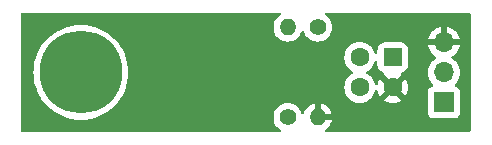
<source format=gbr>
%TF.SameCoordinates,Original*%
%TF.FileFunction,Copper,L2,Bot*%
%TF.FilePolarity,Positive*%
%FSLAX46Y46*%
G04 Gerber Fmt 4.6, Leading zero omitted, Abs format (unit mm)*
G04 Created by KiCad (PCBNEW (7.0.0)) date 2023-08-08 20:03:39*
%MOMM*%
%LPD*%
G01*
G04 APERTURE LIST*
G04 Aperture macros list*
%AMRoundRect*
0 Rectangle with rounded corners*
0 $1 Rounding radius*
0 $2 $3 $4 $5 $6 $7 $8 $9 X,Y pos of 4 corners*
0 Add a 4 corners polygon primitive as box body*
4,1,4,$2,$3,$4,$5,$6,$7,$8,$9,$2,$3,0*
0 Add four circle primitives for the rounded corners*
1,1,$1+$1,$2,$3*
1,1,$1+$1,$4,$5*
1,1,$1+$1,$6,$7*
1,1,$1+$1,$8,$9*
0 Add four rect primitives between the rounded corners*
20,1,$1+$1,$2,$3,$4,$5,0*
20,1,$1+$1,$4,$5,$6,$7,0*
20,1,$1+$1,$6,$7,$8,$9,0*
20,1,$1+$1,$8,$9,$2,$3,0*%
G04 Aperture macros list end*
%TA.AperFunction,ComponentPad*%
%ADD10C,1.400000*%
%TD*%
%TA.AperFunction,ComponentPad*%
%ADD11O,1.400000X1.400000*%
%TD*%
%TA.AperFunction,ComponentPad*%
%ADD12R,1.700000X1.700000*%
%TD*%
%TA.AperFunction,ComponentPad*%
%ADD13O,1.700000X1.700000*%
%TD*%
%TA.AperFunction,ComponentPad*%
%ADD14C,3.900000*%
%TD*%
%TA.AperFunction,ConnectorPad*%
%ADD15C,7.000000*%
%TD*%
%TA.AperFunction,ComponentPad*%
%ADD16RoundRect,0.249600X0.550400X0.550400X-0.550400X0.550400X-0.550400X-0.550400X0.550400X-0.550400X0*%
%TD*%
%TA.AperFunction,ComponentPad*%
%ADD17C,1.600000*%
%TD*%
G04 APERTURE END LIST*
D10*
%TO.P,r2,1*%
%TO.N,Net-(J0-Pad2)*%
X125476000Y-93980000D03*
D11*
%TO.P,r2,2*%
%TO.N,GND*%
X125475999Y-101599999D03*
%TD*%
D12*
%TO.P,J0,1,Pin_1*%
%TO.N,Net-(J0-Pad1)*%
X136143999Y-100329999D03*
D13*
%TO.P,J0,2,Pin_2*%
%TO.N,Net-(J0-Pad2)*%
X136143999Y-97789999D03*
%TO.P,J0,3,Pin_3*%
%TO.N,GND*%
X136143999Y-95249999D03*
%TD*%
D14*
%TO.P,H0,1*%
%TO.N,N/C*%
X105410000Y-97790000D03*
D15*
X105410000Y-97790000D03*
%TD*%
D10*
%TO.P,r1,1*%
%TO.N,Net-(J0-Pad1)*%
X122936000Y-101600000D03*
D11*
%TO.P,r1,2*%
%TO.N,Net-(R1-Pad2)*%
X122935999Y-93979999D03*
%TD*%
D16*
%TO.P,U1,1,A*%
%TO.N,Net-(R1-Pad2)*%
X131826000Y-96520000D03*
D17*
%TO.P,U1,2,K*%
%TO.N,GND*%
X131826000Y-99060000D03*
%TO.P,U1,3,C*%
%TO.N,Net-(J0-Pad1)*%
X129026000Y-99060000D03*
%TO.P,U1,4,E*%
%TO.N,Net-(J0-Pad2)*%
X129026000Y-96520000D03*
%TD*%
%TA.AperFunction,Conductor*%
%TO.N,GND*%
G36*
X122267841Y-92751298D02*
G01*
X122313609Y-92794730D01*
X122332582Y-92854906D01*
X122320003Y-92916735D01*
X122279027Y-92964711D01*
X122156224Y-93050699D01*
X122152334Y-93054588D01*
X122152328Y-93054594D01*
X122010594Y-93196328D01*
X122010588Y-93196334D01*
X122006699Y-93200224D01*
X122003547Y-93204725D01*
X122003539Y-93204735D01*
X121888565Y-93368936D01*
X121888559Y-93368945D01*
X121885411Y-93373442D01*
X121883092Y-93378414D01*
X121883088Y-93378422D01*
X121798367Y-93560107D01*
X121798364Y-93560112D01*
X121796044Y-93565090D01*
X121741314Y-93769345D01*
X121740835Y-93774818D01*
X121740834Y-93774825D01*
X121727194Y-93930735D01*
X121722884Y-93980000D01*
X121723363Y-93985475D01*
X121731937Y-94083483D01*
X121741314Y-94190655D01*
X121796044Y-94394910D01*
X121798366Y-94399890D01*
X121798367Y-94399892D01*
X121824007Y-94454878D01*
X121885411Y-94586558D01*
X121888563Y-94591059D01*
X121888565Y-94591063D01*
X122003539Y-94755264D01*
X122003543Y-94755268D01*
X122006699Y-94759776D01*
X122156224Y-94909301D01*
X122160732Y-94912457D01*
X122160735Y-94912460D01*
X122324936Y-95027434D01*
X122329442Y-95030589D01*
X122521090Y-95119956D01*
X122725345Y-95174686D01*
X122936000Y-95193116D01*
X123146655Y-95174686D01*
X123350910Y-95119956D01*
X123542558Y-95030589D01*
X123715776Y-94909301D01*
X123865301Y-94759776D01*
X123986589Y-94586558D01*
X124075956Y-94394910D01*
X124084292Y-94363796D01*
X124116904Y-94307311D01*
X124173389Y-94274699D01*
X124238611Y-94274699D01*
X124295096Y-94307311D01*
X124327707Y-94363796D01*
X124336044Y-94394910D01*
X124338366Y-94399890D01*
X124338367Y-94399892D01*
X124364007Y-94454878D01*
X124425411Y-94586558D01*
X124428563Y-94591059D01*
X124428565Y-94591063D01*
X124543539Y-94755264D01*
X124543543Y-94755268D01*
X124546699Y-94759776D01*
X124696224Y-94909301D01*
X124700732Y-94912457D01*
X124700735Y-94912460D01*
X124864936Y-95027434D01*
X124869442Y-95030589D01*
X125061090Y-95119956D01*
X125265345Y-95174686D01*
X125476000Y-95193116D01*
X125686655Y-95174686D01*
X125890910Y-95119956D01*
X126082558Y-95030589D01*
X126135621Y-94993434D01*
X134810751Y-94993434D01*
X134821840Y-94996000D01*
X135873410Y-94996000D01*
X135886493Y-94992493D01*
X135890000Y-94979410D01*
X136398000Y-94979410D01*
X136401506Y-94992493D01*
X136414590Y-94996000D01*
X137466160Y-94996000D01*
X137477248Y-94993434D01*
X137477013Y-94982056D01*
X137434099Y-94812591D01*
X137430729Y-94802776D01*
X137344511Y-94606221D01*
X137339568Y-94597086D01*
X137222177Y-94417406D01*
X137215789Y-94409200D01*
X137070432Y-94251299D01*
X137062788Y-94244262D01*
X136893411Y-94112431D01*
X136884718Y-94106752D01*
X136695957Y-94004599D01*
X136686440Y-94000424D01*
X136483442Y-93930735D01*
X136473372Y-93928185D01*
X136411538Y-93917867D01*
X136400401Y-93918443D01*
X136398000Y-93929336D01*
X136398000Y-94979410D01*
X135890000Y-94979410D01*
X135890000Y-93929336D01*
X135887598Y-93918443D01*
X135876461Y-93917867D01*
X135814627Y-93928185D01*
X135804557Y-93930735D01*
X135601559Y-94000424D01*
X135592042Y-94004599D01*
X135403281Y-94106752D01*
X135394588Y-94112431D01*
X135225211Y-94244262D01*
X135217567Y-94251299D01*
X135072210Y-94409200D01*
X135065822Y-94417406D01*
X134948431Y-94597086D01*
X134943488Y-94606221D01*
X134857270Y-94802776D01*
X134853900Y-94812591D01*
X134810986Y-94982056D01*
X134810751Y-94993434D01*
X126135621Y-94993434D01*
X126255776Y-94909301D01*
X126405301Y-94759776D01*
X126526589Y-94586558D01*
X126615956Y-94394910D01*
X126670686Y-94190655D01*
X126689116Y-93980000D01*
X126670686Y-93769345D01*
X126615956Y-93565090D01*
X126526589Y-93373442D01*
X126405301Y-93200224D01*
X126255776Y-93050699D01*
X126132972Y-92964711D01*
X126091997Y-92916735D01*
X126079418Y-92854906D01*
X126098391Y-92794730D01*
X126144159Y-92751298D01*
X126205245Y-92735500D01*
X138278500Y-92735500D01*
X138341500Y-92752381D01*
X138387619Y-92798500D01*
X138404500Y-92861500D01*
X138404500Y-102718500D01*
X138387619Y-102781500D01*
X138341500Y-102827619D01*
X138278500Y-102844500D01*
X126204374Y-102844500D01*
X126143288Y-102828702D01*
X126097520Y-102785270D01*
X126078547Y-102725094D01*
X126091126Y-102663265D01*
X126132103Y-102615287D01*
X126250941Y-102532074D01*
X126259350Y-102525018D01*
X126401018Y-102383350D01*
X126408074Y-102374941D01*
X126523001Y-102210810D01*
X126528479Y-102201322D01*
X126613157Y-102019726D01*
X126616908Y-102009423D01*
X126654802Y-101868001D01*
X126655175Y-101856591D01*
X126644061Y-101854000D01*
X125348000Y-101854000D01*
X125285000Y-101837119D01*
X125238881Y-101791000D01*
X125222000Y-101728000D01*
X125222000Y-101329410D01*
X125730000Y-101329410D01*
X125733506Y-101342493D01*
X125746590Y-101346000D01*
X126644061Y-101346000D01*
X126655175Y-101343408D01*
X126654802Y-101331998D01*
X126616908Y-101190576D01*
X126613157Y-101180273D01*
X126528479Y-100998677D01*
X126523001Y-100989189D01*
X126408074Y-100825058D01*
X126401018Y-100816649D01*
X126259350Y-100674981D01*
X126250941Y-100667925D01*
X126086810Y-100552998D01*
X126077322Y-100547520D01*
X125895726Y-100462842D01*
X125885423Y-100459091D01*
X125744001Y-100421197D01*
X125732591Y-100420824D01*
X125730000Y-100431939D01*
X125730000Y-101329410D01*
X125222000Y-101329410D01*
X125222000Y-100431939D01*
X125219408Y-100420824D01*
X125207998Y-100421197D01*
X125066576Y-100459091D01*
X125056273Y-100462842D01*
X124874677Y-100547520D01*
X124865189Y-100552998D01*
X124701058Y-100667925D01*
X124692649Y-100674981D01*
X124550981Y-100816649D01*
X124543925Y-100825058D01*
X124428998Y-100989189D01*
X124423520Y-100998677D01*
X124338840Y-101180276D01*
X124335092Y-101190574D01*
X124327964Y-101217174D01*
X124295351Y-101273657D01*
X124238866Y-101306267D01*
X124173644Y-101306265D01*
X124117160Y-101273652D01*
X124084551Y-101217167D01*
X124077381Y-101190406D01*
X124077378Y-101190399D01*
X124075956Y-101185090D01*
X123986589Y-100993442D01*
X123917096Y-100894195D01*
X123868460Y-100824735D01*
X123868457Y-100824732D01*
X123865301Y-100820224D01*
X123715776Y-100670699D01*
X123711268Y-100667543D01*
X123711264Y-100667539D01*
X123547063Y-100552565D01*
X123547059Y-100552563D01*
X123542558Y-100549411D01*
X123537579Y-100547089D01*
X123537577Y-100547088D01*
X123355892Y-100462367D01*
X123355890Y-100462366D01*
X123350910Y-100460044D01*
X123345601Y-100458621D01*
X123345600Y-100458621D01*
X123151969Y-100406738D01*
X123151970Y-100406738D01*
X123146655Y-100405314D01*
X123141179Y-100404834D01*
X123141174Y-100404834D01*
X122941475Y-100387363D01*
X122936000Y-100386884D01*
X122930525Y-100387363D01*
X122730825Y-100404834D01*
X122730818Y-100404835D01*
X122725345Y-100405314D01*
X122720031Y-100406737D01*
X122720030Y-100406738D01*
X122526399Y-100458621D01*
X122526394Y-100458622D01*
X122521090Y-100460044D01*
X122516112Y-100462364D01*
X122516107Y-100462367D01*
X122334422Y-100547088D01*
X122334414Y-100547092D01*
X122329442Y-100549411D01*
X122324945Y-100552559D01*
X122324936Y-100552565D01*
X122160735Y-100667539D01*
X122160725Y-100667547D01*
X122156224Y-100670699D01*
X122152334Y-100674588D01*
X122152328Y-100674594D01*
X122010594Y-100816328D01*
X122010588Y-100816334D01*
X122006699Y-100820224D01*
X122003547Y-100824725D01*
X122003539Y-100824735D01*
X121888565Y-100988936D01*
X121888559Y-100988945D01*
X121885411Y-100993442D01*
X121883092Y-100998414D01*
X121883088Y-100998422D01*
X121798367Y-101180107D01*
X121798364Y-101180112D01*
X121796044Y-101185090D01*
X121794622Y-101190394D01*
X121794621Y-101190399D01*
X121757364Y-101329445D01*
X121741314Y-101389345D01*
X121740835Y-101394818D01*
X121740834Y-101394825D01*
X121731822Y-101497837D01*
X121722884Y-101600000D01*
X121723363Y-101605475D01*
X121738982Y-101784009D01*
X121741314Y-101810655D01*
X121796044Y-102014910D01*
X121885411Y-102206558D01*
X121888563Y-102211059D01*
X121888565Y-102211063D01*
X122003539Y-102375264D01*
X122003543Y-102375268D01*
X122006699Y-102379776D01*
X122156224Y-102529301D01*
X122279027Y-102615288D01*
X122320003Y-102663265D01*
X122332582Y-102725094D01*
X122313609Y-102785270D01*
X122267841Y-102828702D01*
X122206755Y-102844500D01*
X100481500Y-102844500D01*
X100418500Y-102827619D01*
X100372381Y-102781500D01*
X100355500Y-102718500D01*
X100355500Y-97790000D01*
X101396666Y-97790000D01*
X101396818Y-97793094D01*
X101409625Y-98053802D01*
X101415991Y-98183376D01*
X101416442Y-98186421D01*
X101416444Y-98186434D01*
X101449346Y-98408238D01*
X101473781Y-98572963D01*
X101474533Y-98575965D01*
X101568728Y-98952014D01*
X101568732Y-98952028D01*
X101569479Y-98955009D01*
X101570517Y-98957911D01*
X101570518Y-98957913D01*
X101701122Y-99322928D01*
X101701125Y-99322936D01*
X101702163Y-99325836D01*
X101703479Y-99328619D01*
X101703483Y-99328628D01*
X101869239Y-99679091D01*
X101870555Y-99681873D01*
X101872134Y-99684507D01*
X101872137Y-99684513D01*
X102001169Y-99899788D01*
X102073035Y-100019689D01*
X102307651Y-100336032D01*
X102572144Y-100627856D01*
X102863968Y-100892349D01*
X103180311Y-101126965D01*
X103518127Y-101329445D01*
X103874164Y-101497837D01*
X104244991Y-101630521D01*
X104627037Y-101726219D01*
X105016624Y-101784009D01*
X105410000Y-101803334D01*
X105803376Y-101784009D01*
X106192963Y-101726219D01*
X106575009Y-101630521D01*
X106945836Y-101497837D01*
X107301873Y-101329445D01*
X107639689Y-101126965D01*
X107956032Y-100892349D01*
X108247856Y-100627856D01*
X108512349Y-100336032D01*
X108746965Y-100019689D01*
X108949445Y-99681873D01*
X109117837Y-99325836D01*
X109212955Y-99060000D01*
X127712502Y-99060000D01*
X127712981Y-99065475D01*
X127731969Y-99282519D01*
X127732457Y-99288087D01*
X127791716Y-99509243D01*
X127888477Y-99716749D01*
X127891630Y-99721252D01*
X127891633Y-99721257D01*
X127930375Y-99776586D01*
X128019802Y-99904300D01*
X128181700Y-100066198D01*
X128369251Y-100197523D01*
X128576757Y-100294284D01*
X128797913Y-100353543D01*
X129026000Y-100373498D01*
X129254087Y-100353543D01*
X129475243Y-100294284D01*
X129682749Y-100197523D01*
X129755232Y-100146770D01*
X131101860Y-100146770D01*
X131109414Y-100155014D01*
X131164996Y-100193933D01*
X131174482Y-100199410D01*
X131371946Y-100291489D01*
X131382238Y-100295235D01*
X131592687Y-100351625D01*
X131603480Y-100353528D01*
X131820525Y-100372517D01*
X131831475Y-100372517D01*
X132048519Y-100353528D01*
X132059312Y-100351625D01*
X132269761Y-100295235D01*
X132280053Y-100291489D01*
X132477510Y-100199413D01*
X132487006Y-100193931D01*
X132542586Y-100155013D01*
X132550138Y-100146771D01*
X132544128Y-100137338D01*
X131837729Y-99430939D01*
X131825999Y-99424167D01*
X131814271Y-99430938D01*
X131107867Y-100137341D01*
X131101860Y-100146770D01*
X129755232Y-100146770D01*
X129870300Y-100066198D01*
X130032198Y-99904300D01*
X130163523Y-99716749D01*
X130260284Y-99509243D01*
X130304552Y-99344030D01*
X130337162Y-99287550D01*
X130393646Y-99254938D01*
X130458869Y-99254938D01*
X130515353Y-99287549D01*
X130547965Y-99344033D01*
X130590765Y-99503763D01*
X130594510Y-99514053D01*
X130686587Y-99711513D01*
X130692066Y-99721002D01*
X130730985Y-99776586D01*
X130739228Y-99784138D01*
X130748656Y-99778132D01*
X131455059Y-99071730D01*
X131461832Y-99059999D01*
X132190167Y-99059999D01*
X132196939Y-99071729D01*
X132903338Y-99778128D01*
X132912771Y-99784138D01*
X132921013Y-99776586D01*
X132959931Y-99721006D01*
X132965413Y-99711510D01*
X133057489Y-99514053D01*
X133061235Y-99503761D01*
X133117625Y-99293312D01*
X133119528Y-99282519D01*
X133138517Y-99065475D01*
X133138517Y-99054525D01*
X133119528Y-98837480D01*
X133117625Y-98826687D01*
X133061235Y-98616238D01*
X133057489Y-98605946D01*
X132965410Y-98408482D01*
X132959933Y-98398996D01*
X132921014Y-98343414D01*
X132912770Y-98335860D01*
X132903341Y-98341867D01*
X132196938Y-99048271D01*
X132190167Y-99059999D01*
X131461832Y-99059999D01*
X131455060Y-99048270D01*
X130748659Y-98341869D01*
X130739227Y-98335860D01*
X130730985Y-98343413D01*
X130692067Y-98398995D01*
X130686587Y-98408485D01*
X130594510Y-98605946D01*
X130590765Y-98616236D01*
X130547965Y-98775966D01*
X130515353Y-98832450D01*
X130458869Y-98865061D01*
X130393646Y-98865061D01*
X130337162Y-98832449D01*
X130304552Y-98775966D01*
X130260284Y-98610757D01*
X130163523Y-98403251D01*
X130032198Y-98215700D01*
X129870300Y-98053802D01*
X129768693Y-97982656D01*
X129687257Y-97925633D01*
X129687252Y-97925630D01*
X129682749Y-97922477D01*
X129677761Y-97920151D01*
X129677758Y-97920149D01*
X129643543Y-97904195D01*
X129590525Y-97857700D01*
X129570792Y-97790000D01*
X129590525Y-97722300D01*
X129643543Y-97675805D01*
X129669030Y-97663920D01*
X129682749Y-97657523D01*
X129870300Y-97526198D01*
X130032198Y-97364300D01*
X130163523Y-97176749D01*
X130260284Y-96969243D01*
X130269793Y-96933754D01*
X130298603Y-96881242D01*
X130348406Y-96847965D01*
X130407946Y-96841444D01*
X130463771Y-96863153D01*
X130503263Y-96908186D01*
X130517500Y-96966366D01*
X130517500Y-97120918D01*
X130517824Y-97124096D01*
X130517825Y-97124102D01*
X130527408Y-97217908D01*
X130527409Y-97217912D01*
X130528107Y-97224745D01*
X130530267Y-97231264D01*
X130530269Y-97231272D01*
X130568746Y-97347384D01*
X130583851Y-97392968D01*
X130587700Y-97399209D01*
X130587702Y-97399212D01*
X130673032Y-97537554D01*
X130676886Y-97543802D01*
X130802198Y-97669114D01*
X130953032Y-97762149D01*
X131030801Y-97787919D01*
X131083130Y-97821389D01*
X131113108Y-97875795D01*
X131113448Y-97937912D01*
X131108293Y-97947513D01*
X131109160Y-97947787D01*
X131101377Y-97972469D01*
X131107869Y-97982659D01*
X131814270Y-98689060D01*
X131825999Y-98695832D01*
X131837730Y-98689059D01*
X132544132Y-97982656D01*
X132550621Y-97972470D01*
X132542840Y-97947791D01*
X132543705Y-97947518D01*
X132538550Y-97937914D01*
X132538890Y-97875796D01*
X132568868Y-97821389D01*
X132617942Y-97790000D01*
X134780844Y-97790000D01*
X134781274Y-97795189D01*
X134793896Y-97947518D01*
X134799436Y-98014368D01*
X134854704Y-98232616D01*
X134856797Y-98237389D01*
X134856799Y-98237393D01*
X134902626Y-98341869D01*
X134945140Y-98438791D01*
X135068278Y-98627268D01*
X135071806Y-98631100D01*
X135211474Y-98782819D01*
X135240711Y-98836423D01*
X135241314Y-98897478D01*
X135213140Y-98951648D01*
X135162807Y-98986212D01*
X135056240Y-99025960D01*
X135056231Y-99025964D01*
X135047796Y-99029111D01*
X135040588Y-99034506D01*
X135040582Y-99034510D01*
X134937950Y-99111340D01*
X134937946Y-99111343D01*
X134930739Y-99116739D01*
X134925343Y-99123946D01*
X134925340Y-99123950D01*
X134848510Y-99226582D01*
X134848506Y-99226588D01*
X134843111Y-99233796D01*
X134839965Y-99242230D01*
X134839962Y-99242236D01*
X134794763Y-99363419D01*
X134794761Y-99363423D01*
X134792011Y-99370799D01*
X134791169Y-99378625D01*
X134791168Y-99378632D01*
X134785860Y-99428011D01*
X134785500Y-99431362D01*
X134785500Y-101228638D01*
X134785859Y-101231985D01*
X134785860Y-101231988D01*
X134791168Y-101281367D01*
X134791169Y-101281373D01*
X134792011Y-101289201D01*
X134794762Y-101296578D01*
X134794763Y-101296580D01*
X134839962Y-101417763D01*
X134839964Y-101417766D01*
X134843111Y-101426204D01*
X134848508Y-101433414D01*
X134848510Y-101433417D01*
X134895746Y-101496516D01*
X134930739Y-101543261D01*
X134937950Y-101548659D01*
X134999219Y-101594525D01*
X135047796Y-101630889D01*
X135184799Y-101681989D01*
X135245362Y-101688500D01*
X137039269Y-101688500D01*
X137042638Y-101688500D01*
X137103201Y-101681989D01*
X137240204Y-101630889D01*
X137357261Y-101543261D01*
X137444889Y-101426204D01*
X137495989Y-101289201D01*
X137502500Y-101228638D01*
X137502500Y-99431362D01*
X137495989Y-99370799D01*
X137444889Y-99233796D01*
X137357261Y-99116739D01*
X137350049Y-99111340D01*
X137247417Y-99034510D01*
X137247414Y-99034508D01*
X137240204Y-99029111D01*
X137231765Y-99025963D01*
X137231757Y-99025959D01*
X137125193Y-98986212D01*
X137074859Y-98951648D01*
X137046685Y-98897478D01*
X137047288Y-98836422D01*
X137076523Y-98782821D01*
X137219722Y-98627268D01*
X137342860Y-98438791D01*
X137433296Y-98232616D01*
X137488564Y-98014368D01*
X137507156Y-97790000D01*
X137488564Y-97565632D01*
X137433296Y-97347384D01*
X137342860Y-97141209D01*
X137219722Y-96952732D01*
X137137258Y-96863153D01*
X137070772Y-96790930D01*
X137070767Y-96790925D01*
X137067240Y-96787094D01*
X136889576Y-96648811D01*
X136885000Y-96646334D01*
X136884990Y-96646328D01*
X136855794Y-96630529D01*
X136807521Y-96584213D01*
X136789762Y-96519715D01*
X136807522Y-96455217D01*
X136855794Y-96408900D01*
X136884723Y-96393244D01*
X136893411Y-96387568D01*
X137062788Y-96255737D01*
X137070432Y-96248700D01*
X137215789Y-96090799D01*
X137222177Y-96082593D01*
X137339568Y-95902913D01*
X137344511Y-95893778D01*
X137430729Y-95697223D01*
X137434099Y-95687408D01*
X137477013Y-95517943D01*
X137477248Y-95506565D01*
X137466160Y-95504000D01*
X134821840Y-95504000D01*
X134810751Y-95506565D01*
X134810986Y-95517943D01*
X134853900Y-95687408D01*
X134857270Y-95697223D01*
X134943488Y-95893778D01*
X134948431Y-95902913D01*
X135065822Y-96082593D01*
X135072210Y-96090799D01*
X135217567Y-96248700D01*
X135225211Y-96255737D01*
X135394588Y-96387568D01*
X135403281Y-96393247D01*
X135432206Y-96408901D01*
X135480478Y-96455217D01*
X135498237Y-96519715D01*
X135480478Y-96584212D01*
X135432207Y-96630528D01*
X135420701Y-96636755D01*
X135403000Y-96646334D01*
X135402994Y-96646337D01*
X135398424Y-96648811D01*
X135394313Y-96652010D01*
X135394311Y-96652012D01*
X135224878Y-96783888D01*
X135224872Y-96783893D01*
X135220760Y-96787094D01*
X135217237Y-96790919D01*
X135217227Y-96790930D01*
X135071806Y-96948899D01*
X135071802Y-96948902D01*
X135068278Y-96952732D01*
X135065430Y-96957090D01*
X135065427Y-96957095D01*
X134947992Y-97136843D01*
X134945140Y-97141209D01*
X134943048Y-97145978D01*
X134943046Y-97145982D01*
X134856799Y-97342606D01*
X134856796Y-97342614D01*
X134854704Y-97347384D01*
X134853423Y-97352440D01*
X134853422Y-97352445D01*
X134810409Y-97522300D01*
X134799436Y-97565632D01*
X134799006Y-97570820D01*
X134799005Y-97570827D01*
X134786454Y-97722300D01*
X134780844Y-97790000D01*
X132617942Y-97790000D01*
X132621192Y-97787921D01*
X132698968Y-97762149D01*
X132849802Y-97669114D01*
X132975114Y-97543802D01*
X133068149Y-97392968D01*
X133123893Y-97224745D01*
X133134500Y-97120918D01*
X133134500Y-95919082D01*
X133123893Y-95815255D01*
X133068149Y-95647032D01*
X132975114Y-95496198D01*
X132849802Y-95370886D01*
X132843554Y-95367032D01*
X132705212Y-95281702D01*
X132705209Y-95281700D01*
X132698968Y-95277851D01*
X132692000Y-95275542D01*
X132537272Y-95224269D01*
X132537264Y-95224267D01*
X132530745Y-95222107D01*
X132523912Y-95221409D01*
X132523908Y-95221408D01*
X132430102Y-95211825D01*
X132430096Y-95211824D01*
X132426918Y-95211500D01*
X131225082Y-95211500D01*
X131221904Y-95211824D01*
X131221897Y-95211825D01*
X131128091Y-95221408D01*
X131128085Y-95221409D01*
X131121255Y-95222107D01*
X131114737Y-95224266D01*
X131114727Y-95224269D01*
X130959999Y-95275542D01*
X130959996Y-95275543D01*
X130953032Y-95277851D01*
X130946793Y-95281699D01*
X130946787Y-95281702D01*
X130808445Y-95367032D01*
X130808440Y-95367035D01*
X130802198Y-95370886D01*
X130797008Y-95376075D01*
X130797004Y-95376079D01*
X130682079Y-95491004D01*
X130682075Y-95491008D01*
X130676886Y-95496198D01*
X130673035Y-95502440D01*
X130673032Y-95502445D01*
X130587702Y-95640787D01*
X130587699Y-95640793D01*
X130583851Y-95647032D01*
X130581543Y-95653996D01*
X130581542Y-95653999D01*
X130530269Y-95808727D01*
X130530266Y-95808737D01*
X130528107Y-95815255D01*
X130527409Y-95822085D01*
X130527408Y-95822091D01*
X130517825Y-95915897D01*
X130517500Y-95919082D01*
X130517500Y-95922288D01*
X130517500Y-96073634D01*
X130503263Y-96131814D01*
X130463771Y-96176847D01*
X130407946Y-96198556D01*
X130348406Y-96192035D01*
X130298603Y-96158758D01*
X130269793Y-96106245D01*
X130263455Y-96082593D01*
X130260284Y-96070757D01*
X130163523Y-95863251D01*
X130032198Y-95675700D01*
X129870300Y-95513802D01*
X129796496Y-95462123D01*
X129687257Y-95385633D01*
X129687252Y-95385630D01*
X129682749Y-95382477D01*
X129677761Y-95380151D01*
X129480225Y-95288039D01*
X129480223Y-95288038D01*
X129475243Y-95285716D01*
X129254087Y-95226457D01*
X129248611Y-95225977D01*
X129248606Y-95225977D01*
X129031475Y-95206981D01*
X129026000Y-95206502D01*
X129020525Y-95206981D01*
X128803393Y-95225977D01*
X128803386Y-95225978D01*
X128797913Y-95226457D01*
X128792599Y-95227880D01*
X128792598Y-95227881D01*
X128582067Y-95284293D01*
X128582065Y-95284293D01*
X128576757Y-95285716D01*
X128571779Y-95288036D01*
X128571774Y-95288039D01*
X128374238Y-95380151D01*
X128374233Y-95380153D01*
X128369251Y-95382477D01*
X128364752Y-95385627D01*
X128364742Y-95385633D01*
X128186211Y-95510643D01*
X128186208Y-95510645D01*
X128181700Y-95513802D01*
X128177808Y-95517693D01*
X128177802Y-95517699D01*
X128023699Y-95671802D01*
X128023693Y-95671808D01*
X128019802Y-95675700D01*
X128016645Y-95680208D01*
X128016643Y-95680211D01*
X127891633Y-95858742D01*
X127891627Y-95858752D01*
X127888477Y-95863251D01*
X127886153Y-95868233D01*
X127886151Y-95868238D01*
X127794039Y-96065774D01*
X127794036Y-96065779D01*
X127791716Y-96070757D01*
X127790293Y-96076065D01*
X127790293Y-96076067D01*
X127786346Y-96090799D01*
X127732457Y-96291913D01*
X127731978Y-96297386D01*
X127731977Y-96297393D01*
X127723591Y-96393247D01*
X127712502Y-96520000D01*
X127712981Y-96525475D01*
X127724051Y-96652012D01*
X127732457Y-96748087D01*
X127791716Y-96969243D01*
X127794038Y-96974223D01*
X127794039Y-96974225D01*
X127874130Y-97145982D01*
X127888477Y-97176749D01*
X127891630Y-97181252D01*
X127891633Y-97181257D01*
X127968123Y-97290496D01*
X128019802Y-97364300D01*
X128181700Y-97526198D01*
X128369251Y-97657523D01*
X128382970Y-97663920D01*
X128408457Y-97675805D01*
X128461474Y-97722300D01*
X128481207Y-97790000D01*
X128461474Y-97857700D01*
X128408457Y-97904195D01*
X128374238Y-97920151D01*
X128374233Y-97920153D01*
X128369251Y-97922477D01*
X128364752Y-97925627D01*
X128364742Y-97925633D01*
X128186211Y-98050643D01*
X128186208Y-98050645D01*
X128181700Y-98053802D01*
X128177808Y-98057693D01*
X128177802Y-98057699D01*
X128023699Y-98211802D01*
X128023693Y-98211808D01*
X128019802Y-98215700D01*
X128016645Y-98220208D01*
X128016643Y-98220211D01*
X127891633Y-98398742D01*
X127891627Y-98398752D01*
X127888477Y-98403251D01*
X127886153Y-98408233D01*
X127886151Y-98408238D01*
X127794039Y-98605774D01*
X127794036Y-98605779D01*
X127791716Y-98610757D01*
X127790293Y-98616065D01*
X127790293Y-98616067D01*
X127768920Y-98695832D01*
X127732457Y-98831913D01*
X127731978Y-98837386D01*
X127731977Y-98837393D01*
X127715480Y-99025959D01*
X127712502Y-99060000D01*
X109212955Y-99060000D01*
X109250521Y-98955009D01*
X109346219Y-98572963D01*
X109404009Y-98183376D01*
X109423334Y-97790000D01*
X109404009Y-97396624D01*
X109346219Y-97007037D01*
X109250521Y-96624991D01*
X109117837Y-96254164D01*
X108949445Y-95898127D01*
X108746965Y-95560311D01*
X108512349Y-95243968D01*
X108247856Y-94952144D01*
X107956032Y-94687651D01*
X107639689Y-94453035D01*
X107533850Y-94389597D01*
X107304513Y-94252137D01*
X107304507Y-94252134D01*
X107301873Y-94250555D01*
X107299091Y-94249239D01*
X106948628Y-94083483D01*
X106948619Y-94083479D01*
X106945836Y-94082163D01*
X106942936Y-94081125D01*
X106942928Y-94081122D01*
X106577913Y-93950518D01*
X106577911Y-93950517D01*
X106575009Y-93949479D01*
X106572028Y-93948732D01*
X106572014Y-93948728D01*
X106195965Y-93854533D01*
X106192963Y-93853781D01*
X106189896Y-93853326D01*
X105806434Y-93796444D01*
X105806421Y-93796442D01*
X105803376Y-93795991D01*
X105800292Y-93795839D01*
X105800287Y-93795839D01*
X105413094Y-93776818D01*
X105410000Y-93776666D01*
X105406906Y-93776818D01*
X105019712Y-93795839D01*
X105019705Y-93795839D01*
X105016624Y-93795991D01*
X105013580Y-93796442D01*
X105013565Y-93796444D01*
X104630103Y-93853326D01*
X104630099Y-93853326D01*
X104627037Y-93853781D01*
X104624038Y-93854532D01*
X104624034Y-93854533D01*
X104247985Y-93948728D01*
X104247965Y-93948733D01*
X104244991Y-93949479D01*
X104242093Y-93950515D01*
X104242086Y-93950518D01*
X103877071Y-94081122D01*
X103877055Y-94081128D01*
X103874164Y-94082163D01*
X103871387Y-94083476D01*
X103871371Y-94083483D01*
X103520908Y-94249239D01*
X103520896Y-94249245D01*
X103518127Y-94250555D01*
X103515500Y-94252129D01*
X103515486Y-94252137D01*
X103182961Y-94451446D01*
X103182951Y-94451452D01*
X103180311Y-94453035D01*
X103177835Y-94454871D01*
X103177825Y-94454878D01*
X102866458Y-94685804D01*
X102863968Y-94687651D01*
X102861681Y-94689723D01*
X102861671Y-94689732D01*
X102574428Y-94950073D01*
X102574418Y-94950082D01*
X102572144Y-94952144D01*
X102570082Y-94954418D01*
X102570073Y-94954428D01*
X102309732Y-95241671D01*
X102309723Y-95241681D01*
X102307651Y-95243968D01*
X102305807Y-95246454D01*
X102305804Y-95246458D01*
X102074878Y-95557825D01*
X102074871Y-95557835D01*
X102073035Y-95560311D01*
X102071452Y-95562951D01*
X102071446Y-95562961D01*
X101872137Y-95895486D01*
X101872129Y-95895500D01*
X101870555Y-95898127D01*
X101869245Y-95900896D01*
X101869239Y-95900908D01*
X101703483Y-96251371D01*
X101703476Y-96251387D01*
X101702163Y-96254164D01*
X101701128Y-96257055D01*
X101701122Y-96257071D01*
X101570518Y-96622086D01*
X101569479Y-96624991D01*
X101568733Y-96627965D01*
X101568728Y-96627985D01*
X101483248Y-96969243D01*
X101473781Y-97007037D01*
X101473326Y-97010099D01*
X101473326Y-97010103D01*
X101416444Y-97393565D01*
X101416442Y-97393580D01*
X101415991Y-97396624D01*
X101415839Y-97399705D01*
X101415839Y-97399712D01*
X101407937Y-97560573D01*
X101396666Y-97790000D01*
X100355500Y-97790000D01*
X100355500Y-92861500D01*
X100372381Y-92798500D01*
X100418500Y-92752381D01*
X100481500Y-92735500D01*
X122206755Y-92735500D01*
X122267841Y-92751298D01*
G37*
%TD.AperFunction*%
%TD*%
M02*

</source>
